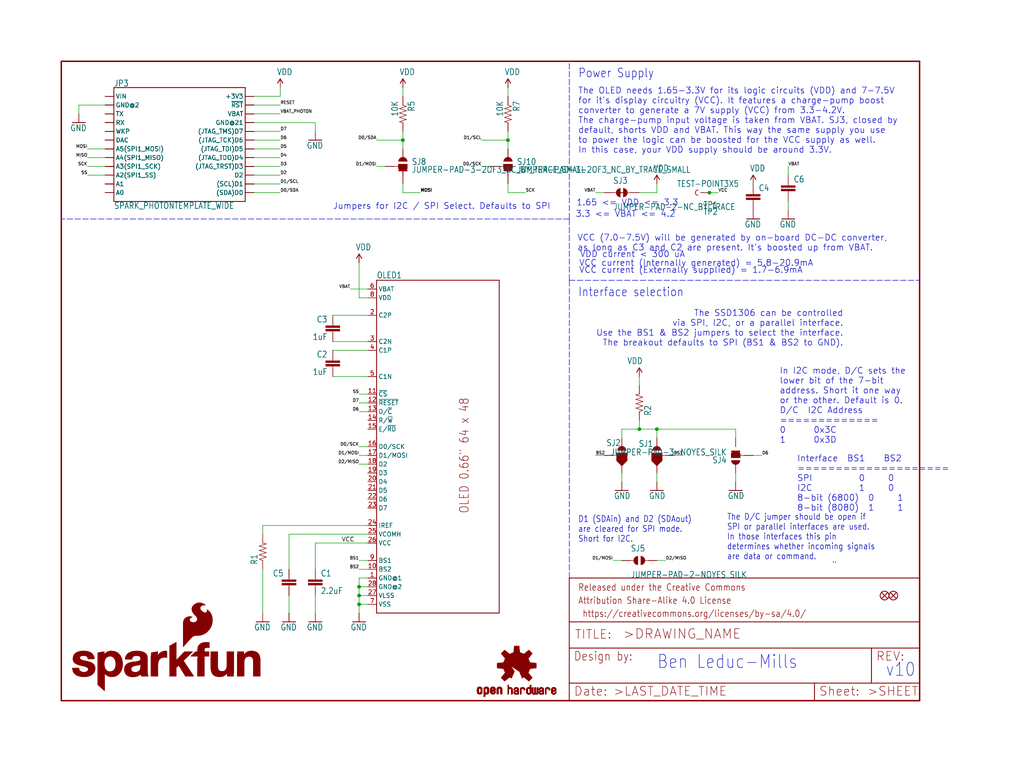
<source format=kicad_sch>
(kicad_sch (version 20211123) (generator eeschema)
  (paper "User" 297.002 223.926)
  (lib_symbols
    (symbol "schematicEagle-eagle-import:10KOHM1{slash}10W1%(0603)0603"
      (property "Reference" "R" (at -3.81 1.4986 0))
      (property "Value" "10KOHM1{slash}10W1%(0603)0603" (at -3.81 -3.302 0))
      (symbol "10KOHM1{slash}10W1%(0603)0603_1_0"
        (pin passive line (at -5.08 0 0) (length 2.54) (name "1") (number "1"))
        (pin passive line (at 5.08 0 180) (length 2.54) (name "2") (number "2"))
      )
    )
    (symbol "schematicEagle-eagle-import:1UF-25V-10%(0805){dblquote}"
      (property "Reference" "C" (at 1.524 2.921 0))
      (property "Value" "1UF-25V-10%(0805){dblquote}" (at 1.524 -2.159 0))
      (symbol "1UF-25V-10%(0805){dblquote}_1_0"
        (pin passive line (at 0 5.08 270) (length 2.54) (name "1") (number "1"))
        (pin passive line (at 0 -2.54 90) (length 2.54) (name "2") (number "2"))
      )
    )
    (symbol "schematicEagle-eagle-import:2.2UF-25V-+80{slash}-20(0805)"
      (property "Reference" "C" (at 1.524 2.921 0))
      (property "Value" "2.2UF-25V-+80{slash}-20(0805)" (at 1.524 -2.159 0))
      (symbol "2.2UF-25V-+80{slash}-20(0805)_1_0"
        (pin passive line (at 0 5.08 270) (length 2.54) (name "1") (number "1"))
        (pin passive line (at 0 -2.54 90) (length 2.54) (name "2") (number "2"))
      )
    )
    (symbol "schematicEagle-eagle-import:4.7UF-16V-20%,+80%-(1206)"
      (property "Reference" "C" (at 1.524 2.921 0))
      (property "Value" "4.7UF-16V-20%,+80%-(1206)" (at 1.524 -2.159 0))
      (symbol "4.7UF-16V-20%,+80%-(1206)_1_0"
        (pin passive line (at 0 5.08 270) (length 2.54) (name "1") (number "1"))
        (pin passive line (at 0 -2.54 90) (length 2.54) (name "2") (number "2"))
      )
    )
    (symbol "schematicEagle-eagle-import:CAP0603-CAP"
      (property "Reference" "C" (at 1.524 2.921 0))
      (property "Value" "CAP0603-CAP" (at 1.524 -2.159 0))
      (symbol "CAP0603-CAP_1_0"
        (pin passive line (at 0 5.08 270) (length 2.54) (name "1") (number "1"))
        (pin passive line (at 0 -2.54 90) (length 2.54) (name "2") (number "2"))
      )
    )
    (symbol "schematicEagle-eagle-import:FIDUCIAL1X2")
    (symbol "schematicEagle-eagle-import:FRAME-LETTER"
      (symbol "FRAME-LETTER_2_0"
        (text " https://creativecommons.org/licenses/by-sa/4.0/" (at 2.54 24.13 0) (effects (font (size 1.9304 1.6408)) (justify left bottom)))
        (text ">DRAWING_NAME" (at 15.494 17.78 0) (effects (font (size 2.7432 2.7432)) (justify left bottom)))
        (text ">LAST_DATE_TIME" (at 12.7 1.27 0) (effects (font (size 2.54 2.54)) (justify left bottom)))
        (text ">SHEET" (at 86.36 1.27 0) (effects (font (size 2.54 2.54)) (justify left bottom)))
        (text "Attribution Share-Alike 4.0 License" (at 2.54 27.94 0) (effects (font (size 1.9304 1.6408)) (justify left bottom)))
        (text "Date:" (at 1.27 1.27 0) (effects (font (size 2.54 2.54)) (justify left bottom)))
        (text "Design by:" (at 1.27 11.43 0) (effects (font (size 2.54 2.159)) (justify left bottom)))
        (text "Released under the Creative Commons" (at 2.54 31.75 0) (effects (font (size 1.9304 1.6408)) (justify left bottom)))
        (text "REV:" (at 88.9 11.43 0) (effects (font (size 2.54 2.54)) (justify left bottom)))
        (text "Sheet:" (at 72.39 1.27 0) (effects (font (size 2.54 2.54)) (justify left bottom)))
        (text "TITLE:" (at 1.524 17.78 0) (effects (font (size 2.54 2.54)) (justify left bottom)))
      )
    )
    (symbol "schematicEagle-eagle-import:GND" (power)
      (property "Value" "GND" (at -2.54 -2.54 0))
      (symbol "GND_1_0"
        (pin power_in line (at 0 2.54 270) (length 2.54) (name "GND") (number "1"))
      )
    )
    (symbol "schematicEagle-eagle-import:JUMPER-PAD-2-NC_BY_TRACE"
      (property "Reference" "SJ" (at -2.54 2.54 0))
      (property "Value" "JUMPER-PAD-2-NC_BY_TRACE" (at -2.54 -5.08 0))
      (symbol "JUMPER-PAD-2-NC_BY_TRACE_1_0"
        (pin passive line (at -5.08 0 0) (length 2.54) (name "1") (number "1"))
        (pin passive line (at 5.08 0 180) (length 2.54) (name "2") (number "2"))
      )
    )
    (symbol "schematicEagle-eagle-import:JUMPER-PAD-2-NOYES_SILK"
      (property "Reference" "SJ" (at -2.54 2.54 0))
      (property "Value" "JUMPER-PAD-2-NOYES_SILK" (at -2.54 -5.08 0))
      (symbol "JUMPER-PAD-2-NOYES_SILK_1_0"
        (pin passive line (at -5.08 0 0) (length 2.54) (name "1") (number "1"))
        (pin passive line (at 5.08 0 180) (length 2.54) (name "2") (number "2"))
      )
    )
    (symbol "schematicEagle-eagle-import:JUMPER-PAD-3-2OF3_NC_BY_PASTE"
      (property "Reference" "SJ" (at 2.54 0.381 0))
      (property "Value" "JUMPER-PAD-3-2OF3_NC_BY_PASTE" (at 2.54 -1.905 0))
      (symbol "JUMPER-PAD-3-2OF3_NC_BY_PASTE_1_0"
        (pin passive line (at 0 5.08 270) (length 2.54) (name "1") (number "1"))
        (pin passive line (at -5.08 0 0) (length 2.54) (name "2") (number "2"))
        (pin passive line (at 0 -5.08 90) (length 2.54) (name "3") (number "3"))
      )
    )
    (symbol "schematicEagle-eagle-import:JUMPER-PAD-3-2OF3_NC_BY_TRACE_SMALL"
      (property "Reference" "SJ" (at 2.54 0.381 0))
      (property "Value" "JUMPER-PAD-3-2OF3_NC_BY_TRACE_SMALL" (at 2.54 -1.905 0))
      (symbol "JUMPER-PAD-3-2OF3_NC_BY_TRACE_SMALL_1_0"
        (pin passive line (at 0 5.08 270) (length 2.54) (name "1") (number "1"))
        (pin passive line (at -5.08 0 0) (length 2.54) (name "2") (number "2"))
        (pin passive line (at 0 -5.08 90) (length 2.54) (name "3") (number "3"))
      )
    )
    (symbol "schematicEagle-eagle-import:JUMPER-PAD-3-NOYES_SILK"
      (property "Reference" "SJ" (at 2.54 0.381 0))
      (property "Value" "JUMPER-PAD-3-NOYES_SILK" (at 2.54 -1.905 0))
      (symbol "JUMPER-PAD-3-NOYES_SILK_1_0"
        (pin passive line (at 0 5.08 270) (length 2.54) (name "1") (number "1"))
        (pin passive line (at -5.08 0 0) (length 2.54) (name "2") (number "2"))
        (pin passive line (at 0 -5.08 90) (length 2.54) (name "3") (number "3"))
      )
    )
    (symbol "schematicEagle-eagle-import:OLED0.66"
      (property "Reference" "OLED" (at -25.4 48.768 0))
      (property "Value" "OLED0.66" (at -25.4 -50.546 0))
      (symbol "OLED0.66_1_0"
        (text "OLED 0.66\" 64 x 48" (at 0 -2.54 900) (effects (font (size 2.54 2.159))))
        (pin bidirectional line (at -27.94 -38.1 0) (length 2.54) (name "GND@1") (number "1"))
        (pin bidirectional line (at -27.94 -35.56 0) (length 2.54) (name "BS2") (number "10"))
        (pin bidirectional line (at -27.94 15.24 0) (length 2.54) (name "~{CS}") (number "11"))
        (pin bidirectional line (at -27.94 12.7 0) (length 2.54) (name "~{RESET}") (number "12"))
        (pin bidirectional line (at -27.94 10.16 0) (length 2.54) (name "D/~{C}") (number "13"))
        (pin bidirectional line (at -27.94 7.62 0) (length 2.54) (name "R/~{W}") (number "14"))
        (pin bidirectional line (at -27.94 5.08 0) (length 2.54) (name "E/~{RD}") (number "15"))
        (pin bidirectional line (at -27.94 0 0) (length 2.54) (name "D0/SCK") (number "16"))
        (pin bidirectional line (at -27.94 -2.54 0) (length 2.54) (name "D1/MOSI") (number "17"))
        (pin bidirectional line (at -27.94 -5.08 0) (length 2.54) (name "D2") (number "18"))
        (pin bidirectional line (at -27.94 -7.62 0) (length 2.54) (name "D3") (number "19"))
        (pin bidirectional line (at -27.94 38.1 0) (length 2.54) (name "C2P") (number "2"))
        (pin bidirectional line (at -27.94 -10.16 0) (length 2.54) (name "D4") (number "20"))
        (pin bidirectional line (at -27.94 -12.7 0) (length 2.54) (name "D5") (number "21"))
        (pin bidirectional line (at -27.94 -15.24 0) (length 2.54) (name "D6") (number "22"))
        (pin bidirectional line (at -27.94 -17.78 0) (length 2.54) (name "D7") (number "23"))
        (pin bidirectional line (at -27.94 -22.86 0) (length 2.54) (name "IREF") (number "24"))
        (pin bidirectional line (at -27.94 -25.4 0) (length 2.54) (name "VCOMH") (number "25"))
        (pin bidirectional line (at -27.94 -27.94 0) (length 2.54) (name "VCC") (number "26"))
        (pin bidirectional line (at -27.94 -43.18 0) (length 2.54) (name "VLSS") (number "27"))
        (pin bidirectional line (at -27.94 -40.64 0) (length 2.54) (name "GND@2") (number "28"))
        (pin bidirectional line (at -27.94 30.48 0) (length 2.54) (name "C2N") (number "3"))
        (pin bidirectional line (at -27.94 27.94 0) (length 2.54) (name "C1P") (number "4"))
        (pin bidirectional line (at -27.94 20.32 0) (length 2.54) (name "C1N") (number "5"))
        (pin bidirectional line (at -27.94 45.72 0) (length 2.54) (name "VBAT") (number "6"))
        (pin bidirectional line (at -27.94 -45.72 0) (length 2.54) (name "VSS") (number "7"))
        (pin bidirectional line (at -27.94 43.18 0) (length 2.54) (name "VDD") (number "8"))
        (pin bidirectional line (at -27.94 -33.02 0) (length 2.54) (name "BS1") (number "9"))
      )
    )
    (symbol "schematicEagle-eagle-import:OSHW-LOGOS")
    (symbol "schematicEagle-eagle-import:RESISTOR0603-RES"
      (property "Reference" "R" (at -3.81 1.4986 0))
      (property "Value" "RESISTOR0603-RES" (at -3.81 -3.302 0))
      (symbol "RESISTOR0603-RES_1_0"
        (pin passive line (at -5.08 0 0) (length 2.54) (name "1") (number "1"))
        (pin passive line (at 5.08 0 180) (length 2.54) (name "2") (number "2"))
      )
    )
    (symbol "schematicEagle-eagle-import:SFE_LOGO_NAME_FLAME.1_INCH")
    (symbol "schematicEagle-eagle-import:SPARK_PHOTONTEMPLATE_WIDE"
      (property "Reference" "JP" (at -20.32 18.034 0))
      (property "Value" "SPARK_PHOTONTEMPLATE_WIDE" (at -20.32 -15.494 0))
      (symbol "SPARK_PHOTONTEMPLATE_WIDE_1_0"
        (pin bidirectional line (at -22.86 15.24 0) (length 2.54) (name "VIN") (number "1"))
        (pin bidirectional line (at -22.86 -7.62 0) (length 2.54) (name "A2(SPI1_SS)") (number "10"))
        (pin bidirectional line (at -22.86 -10.16 0) (length 2.54) (name "A1") (number "11"))
        (pin bidirectional line (at -22.86 -12.7 0) (length 2.54) (name "A0") (number "12"))
        (pin bidirectional line (at 20.32 -12.7 180) (length 2.54) (name "(SDA)D0") (number "13"))
        (pin bidirectional line (at 20.32 -10.16 180) (length 2.54) (name "(SCL)D1") (number "14"))
        (pin bidirectional line (at 20.32 -7.62 180) (length 2.54) (name "D2") (number "15"))
        (pin bidirectional line (at 20.32 -5.08 180) (length 2.54) (name "(JTAG_TRST)D3") (number "16"))
        (pin bidirectional line (at 20.32 -2.54 180) (length 2.54) (name "(JTAG_TDO)D4") (number "17"))
        (pin bidirectional line (at 20.32 0 180) (length 2.54) (name "(JTAG_TDI)D5") (number "18"))
        (pin bidirectional line (at 20.32 2.54 180) (length 2.54) (name "(JTAG_TCK)D6") (number "19"))
        (pin bidirectional line (at -22.86 12.7 0) (length 2.54) (name "GND@2") (number "2"))
        (pin bidirectional line (at 20.32 5.08 180) (length 2.54) (name "(JTAG_TMS)D7") (number "20"))
        (pin bidirectional line (at 20.32 7.62 180) (length 2.54) (name "GND@21") (number "21"))
        (pin bidirectional line (at 20.32 10.16 180) (length 2.54) (name "VBAT") (number "22"))
        (pin bidirectional line (at 20.32 12.7 180) (length 2.54) (name "~{RST}") (number "23"))
        (pin bidirectional line (at 20.32 15.24 180) (length 2.54) (name "+3V3") (number "24"))
        (pin bidirectional line (at -22.86 10.16 0) (length 2.54) (name "TX") (number "3"))
        (pin bidirectional line (at 20.32 15.24 180) (length 2.54) (name "+3V3") (number "3V3"))
        (pin bidirectional line (at -22.86 7.62 0) (length 2.54) (name "RX") (number "4"))
        (pin bidirectional line (at -22.86 5.08 0) (length 2.54) (name "WKP") (number "5"))
        (pin bidirectional line (at -22.86 2.54 0) (length 2.54) (name "DAC") (number "6"))
        (pin bidirectional line (at -22.86 0 0) (length 2.54) (name "A5(SPI1_MOSI)") (number "7"))
        (pin bidirectional line (at -22.86 -2.54 0) (length 2.54) (name "A4(SPI1_MISO)") (number "8"))
        (pin bidirectional line (at -22.86 -5.08 0) (length 2.54) (name "A3(SPI1_SCK)") (number "9"))
        (pin bidirectional line (at -22.86 -12.7 0) (length 2.54) (name "A0") (number "A0"))
        (pin bidirectional line (at -22.86 -10.16 0) (length 2.54) (name "A1") (number "A1"))
        (pin bidirectional line (at -22.86 -7.62 0) (length 2.54) (name "A2(SPI1_SS)") (number "A2"))
        (pin bidirectional line (at -22.86 -5.08 0) (length 2.54) (name "A3(SPI1_SCK)") (number "A3"))
        (pin bidirectional line (at -22.86 -2.54 0) (length 2.54) (name "A4(SPI1_MISO)") (number "A4"))
        (pin bidirectional line (at -22.86 0 0) (length 2.54) (name "A5(SPI1_MOSI)") (number "A5"))
        (pin bidirectional line (at 20.32 -12.7 180) (length 2.54) (name "(SDA)D0") (number "D0"))
        (pin bidirectional line (at 20.32 -10.16 180) (length 2.54) (name "(SCL)D1") (number "D1"))
        (pin bidirectional line (at 20.32 -7.62 180) (length 2.54) (name "D2") (number "D2"))
        (pin bidirectional line (at 20.32 -5.08 180) (length 2.54) (name "(JTAG_TRST)D3") (number "D3"))
        (pin bidirectional line (at 20.32 -2.54 180) (length 2.54) (name "(JTAG_TDO)D4") (number "D4"))
        (pin bidirectional line (at 20.32 0 180) (length 2.54) (name "(JTAG_TDI)D5") (number "D5"))
        (pin bidirectional line (at 20.32 2.54 180) (length 2.54) (name "(JTAG_TCK)D6") (number "D6"))
        (pin bidirectional line (at 20.32 5.08 180) (length 2.54) (name "(JTAG_TMS)D7") (number "D7"))
        (pin bidirectional line (at -22.86 2.54 0) (length 2.54) (name "DAC") (number "DAC"))
        (pin bidirectional line (at -22.86 12.7 0) (length 2.54) (name "GND@2") (number "GND@0"))
        (pin bidirectional line (at 20.32 7.62 180) (length 2.54) (name "GND@21") (number "GND@2"))
        (pin bidirectional line (at 20.32 12.7 180) (length 2.54) (name "~{RST}") (number "RST"))
        (pin bidirectional line (at -22.86 7.62 0) (length 2.54) (name "RX") (number "RX"))
        (pin bidirectional line (at -22.86 10.16 0) (length 2.54) (name "TX") (number "TX"))
        (pin bidirectional line (at 20.32 10.16 180) (length 2.54) (name "VBAT") (number "VBAT"))
        (pin bidirectional line (at -22.86 15.24 0) (length 2.54) (name "VIN") (number "VIN"))
        (pin bidirectional line (at -22.86 5.08 0) (length 2.54) (name "WKP") (number "WKP"))
      )
    )
    (symbol "schematicEagle-eagle-import:TEST-POINT3X5"
      (property "Reference" "TP" (at -2.54 2.54 0))
      (property "Value" "TEST-POINT3X5" (at -2.54 -2.54 0))
      (symbol "TEST-POINT3X5_1_0"
        (pin bidirectional line (at 0 0 180) (length 0) (name "1") (number "P$1"))
      )
    )
    (symbol "schematicEagle-eagle-import:VDD" (power)
      (property "Value" "VDD" (at -1.016 3.556 0))
      (symbol "VDD_1_0"
        (pin power_in line (at 0 0 90) (length 2.54) (name "VDD") (number "1"))
      )
    )
  )
  (junction (at 104.14 172.72))
  (junction (at 185.42 124.46))
  (junction (at 104.14 175.26))
  (junction (at 190.5 124.46))
  (junction (at 104.14 170.18))
  (junction (at 116.84 40.64))
  (junction (at 147.32 40.64))
  (junction (at 205.74 55.88))
  (wire (pts (xy 116.84 40.64) (xy 116.84 38.1)))
  (wire (pts (xy 76.2 152.4) (xy 76.2 154.94)))
  (wire (pts (xy 180.34 139.7) (xy 180.34 137.16)))
  (wire (pts (xy 190.5 127) (xy 190.5 124.46)))
  (wire (pts (xy 96.52 109.22) (xy 106.68 109.22)))
  (wire (pts (xy 175.26 132.08) (xy 172.72 132.08)))
  (wire (pts (xy 218.44 132.08) (xy 220.98 132.08)))
  (wire (pts (xy 106.68 175.26) (xy 104.14 175.26)))
  (wire (pts (xy 73.66 38.1) (xy 81.28 38.1)))
  (wire (pts (xy 76.2 177.8) (xy 76.2 165.1)))
  (wire (pts (xy 104.14 172.72) (xy 104.14 175.26)))
  (wire (pts (xy 30.48 45.72) (xy 25.4 45.72)))
  (wire (pts (xy 185.42 55.88) (xy 190.5 55.88)))
  (wire (pts (xy 190.5 162.56) (xy 193.04 162.56)))
  (wire (pts (xy 73.66 48.26) (xy 81.28 48.26)))
  (wire (pts (xy 106.68 167.64) (xy 104.14 167.64)))
  (wire (pts (xy 106.68 170.18) (xy 104.14 170.18)))
  (wire (pts (xy 106.68 132.08) (xy 104.14 132.08)))
  (wire (pts (xy 22.86 30.48) (xy 22.86 33.02)))
  (wire (pts (xy 106.68 86.36) (xy 104.14 86.36)))
  (polyline (pts (xy 165.1 81.28) (xy 266.7 81.28)))
  (wire (pts (xy 190.5 124.46) (xy 185.42 124.46)))
  (wire (pts (xy 106.68 154.94) (xy 83.82 154.94)))
  (wire (pts (xy 205.74 55.88) (xy 208.28 55.88)))
  (wire (pts (xy 73.66 45.72) (xy 81.28 45.72)))
  (wire (pts (xy 106.68 162.56) (xy 104.14 162.56)))
  (wire (pts (xy 106.68 114.3) (xy 104.14 114.3)))
  (wire (pts (xy 73.66 30.48) (xy 81.28 30.48)))
  (wire (pts (xy 106.68 172.72) (xy 104.14 172.72)))
  (wire (pts (xy 180.34 124.46) (xy 185.42 124.46)))
  (wire (pts (xy 106.68 91.44) (xy 96.52 91.44)))
  (wire (pts (xy 106.68 119.38) (xy 104.14 119.38)))
  (wire (pts (xy 30.48 48.26) (xy 25.4 48.26)))
  (wire (pts (xy 147.32 40.64) (xy 147.32 38.1)))
  (wire (pts (xy 116.84 53.34) (xy 116.84 55.88)))
  (wire (pts (xy 106.68 129.54) (xy 104.14 129.54)))
  (polyline (pts (xy 165.1 81.28) (xy 165.1 63.5)))
  (wire (pts (xy 185.42 111.76) (xy 185.42 109.22)))
  (wire (pts (xy 109.22 40.64) (xy 116.84 40.64)))
  (wire (pts (xy 104.14 170.18) (xy 104.14 172.72)))
  (polyline (pts (xy 165.1 167.64) (xy 165.1 81.28)))
  (polyline (pts (xy 165.1 63.5) (xy 17.78 63.5)))
  (wire (pts (xy 213.36 124.46) (xy 190.5 124.46)))
  (wire (pts (xy 73.66 27.94) (xy 81.28 27.94)))
  (wire (pts (xy 73.66 35.56) (xy 91.44 35.56)))
  (wire (pts (xy 213.36 139.7) (xy 213.36 137.16)))
  (wire (pts (xy 139.7 40.64) (xy 147.32 40.64)))
  (wire (pts (xy 30.48 43.18) (xy 25.4 43.18)))
  (wire (pts (xy 104.14 86.36) (xy 104.14 76.2)))
  (wire (pts (xy 111.76 48.26) (xy 109.22 48.26)))
  (wire (pts (xy 106.68 165.1) (xy 104.14 165.1)))
  (wire (pts (xy 106.68 134.62) (xy 104.14 134.62)))
  (wire (pts (xy 190.5 137.16) (xy 190.5 139.7)))
  (wire (pts (xy 190.5 53.34) (xy 190.5 55.88)))
  (wire (pts (xy 106.68 99.06) (xy 96.52 99.06)))
  (wire (pts (xy 83.82 154.94) (xy 83.82 165.1)))
  (wire (pts (xy 185.42 124.46) (xy 185.42 121.92)))
  (wire (pts (xy 104.14 167.64) (xy 104.14 170.18)))
  (wire (pts (xy 106.68 83.82) (xy 101.6 83.82)))
  (wire (pts (xy 73.66 43.18) (xy 81.28 43.18)))
  (wire (pts (xy 142.24 48.26) (xy 139.7 48.26)))
  (wire (pts (xy 91.44 177.8) (xy 91.44 172.72)))
  (wire (pts (xy 91.44 38.1) (xy 91.44 35.56)))
  (wire (pts (xy 106.68 152.4) (xy 76.2 152.4)))
  (wire (pts (xy 30.48 30.48) (xy 22.86 30.48)))
  (wire (pts (xy 30.48 50.8) (xy 25.4 50.8)))
  (wire (pts (xy 147.32 25.4) (xy 147.32 27.94)))
  (wire (pts (xy 91.44 157.48) (xy 91.44 165.1)))
  (wire (pts (xy 116.84 55.88) (xy 121.92 55.88)))
  (wire (pts (xy 73.66 55.88) (xy 81.28 55.88)))
  (wire (pts (xy 147.32 53.34) (xy 147.32 55.88)))
  (wire (pts (xy 116.84 43.18) (xy 116.84 40.64)))
  (wire (pts (xy 228.6 58.42) (xy 228.6 60.96)))
  (wire (pts (xy 104.14 175.26) (xy 104.14 177.8)))
  (wire (pts (xy 106.68 101.6) (xy 96.52 101.6)))
  (polyline (pts (xy 165.1 63.5) (xy 165.1 17.78)))
  (wire (pts (xy 81.28 27.94) (xy 81.28 25.4)))
  (wire (pts (xy 147.32 43.18) (xy 147.32 40.64)))
  (wire (pts (xy 116.84 27.94) (xy 116.84 25.4)))
  (wire (pts (xy 147.32 55.88) (xy 152.4 55.88)))
  (wire (pts (xy 73.66 33.02) (xy 81.28 33.02)))
  (wire (pts (xy 73.66 50.8) (xy 81.28 50.8)))
  (wire (pts (xy 175.26 55.88) (xy 172.72 55.88)))
  (wire (pts (xy 180.34 127) (xy 180.34 124.46)))
  (wire (pts (xy 73.66 40.64) (xy 81.28 40.64)))
  (wire (pts (xy 106.68 116.84) (xy 104.14 116.84)))
  (wire (pts (xy 195.58 132.08) (xy 198.12 132.08)))
  (wire (pts (xy 106.68 157.48) (xy 91.44 157.48)))
  (wire (pts (xy 180.34 162.56) (xy 177.8 162.56)))
  (wire (pts (xy 213.36 127) (xy 213.36 124.46)))
  (wire (pts (xy 83.82 177.8) (xy 83.82 172.72)))
  (wire (pts (xy 228.6 50.8) (xy 228.6 48.26)))
  (wire (pts (xy 73.66 53.34) (xy 81.28 53.34)))
  (text "v10" (at 256.794 196.596 180) (effects (font (size 3.81 3.2385)) (justify left bottom)))
  (text "D1 (SDAin) and D2 (SDAout)\nare cleared for SPI mode.\nShort for I2C." (at 167.64 157.48 0) (effects (font (size 1.778 1.5113)) (justify left bottom)))
  (text "Interface  BS1    BS2\n====================\nSPI          0     0\nI2C          1     0\n8-bit (6800)  0     1\n8-bit (8080)  1     1" (at 231.14 132.08 0) (effects (font (size 1.778 1.778)) (justify left top)))
  (text "Ben Leduc-Mills" (at 190.5 194.31 180) (effects (font (size 3.81 3.2385)) (justify left bottom)))
  (text "\"" (at 241.3 165.1 180) (effects (font (size 1.778 1.5113)) (justify left bottom)))
  (text "Interface selection" (at 167.64 86.36 180) (effects (font (size 2.54 2.159)) (justify left bottom)))
  (text "VCC current (Internally generated) = 5.8-20.9mA" (at 167.894 77.47 180) (effects (font (size 1.778 1.778)) (justify left bottom)))
  (text "Jumpers for I2C / SPI Select. Defaults to SPI" (at 96.52 60.96 180) (effects (font (size 1.778 1.778)) (justify left bottom)))
  (text "VDD current < 300 uA" (at 168.148 74.93 180) (effects (font (size 1.778 1.778)) (justify left bottom)))
  (text "The SSD1306 can be controlled\nvia SPI, I2C, or a parallel interface.\nUse the BS1 & BS2 jumpers to select the interface.\nThe breakout defaults to SPI (BS1 & BS2 to GND)." (at 244.602 100.584 0) (effects (font (size 1.778 1.778)) (justify right bottom)))
  (text "1.65 <= VDD <= 3.3" (at 167.132 59.944 180) (effects (font (size 1.778 1.778)) (justify left bottom)))
  (text "VCC (7.0-7.5V) will be generated by on-board DC-DC converter,\nas long as C3 and C2 are present. It's boosted up from VBAT." (at 167.386 68.072 0) (effects (font (size 1.778 1.778)) (justify left top)))
  (text "The D/C jumper should be open if\nSPI or parallel interfaces are used.\nIn those interfaces this pin\ndetermines whether incoming signals\nare data or command." (at 210.82 162.56 0) (effects (font (size 1.778 1.5113)) (justify left bottom)))
  (text "Power Supply" (at 167.64 22.86 180) (effects (font (size 2.54 2.159)) (justify left bottom)))
  (text "VCC current (Externally supplied) = 1.7-6.9mA" (at 167.894 79.502 180) (effects (font (size 1.778 1.778)) (justify left bottom)))
  (text "In I2C mode, D/C sets the\nlower bit of the 7-bit\naddress. Short it one way\nor the other. Default is 0.\nD/C  I2C Address\n=============\n0      0x3C\n1      0x3D" (at 226.06 128.778 0) (effects (font (size 1.778 1.778)) (justify left bottom)))
  (text "3.3 <= VBAT <= 4.2" (at 166.878 63.246 180) (effects (font (size 1.778 1.778)) (justify left bottom)))
  (text "The OLED needs 1.65-3.3V for its logic circuits (VDD) and 7-7.5V\nfor it's display circuitry (VCC). It features a charge-pump boost\nconverter to generate a 7V supply (VCC) from 3.3-4.2V.\nThe charge-pump input voltage is taken from VBAT. SJ3, closed by\ndefault, shorts VDD and VBAT. This way the same supply you use\nto power the logic can be boosted for the VCC supply as well.\nIn this case, your VDD supply should be around 3.3V." (at 167.64 25.4 0) (effects (font (size 1.778 1.778)) (justify left top)))
  (label "D1/SCL" (at 81.28 53.34 0) (effects (font (size 0.889 0.889))))
  (label "D1/MOSI" (at 104.14 132.08 180) (effects (font (size 0.889 0.889))))
  (label "D0/SCK" (at 139.7 48.26 180) (effects (font (size 0.889 0.889))))
  (label "D2/MISO" (at 104.14 134.62 180) (effects (font (size 0.889 0.889))))
  (label "D1/MOSI" (at 109.22 48.26 180) (effects (font (size 0.889 0.889))))
  (label "MOSI" (at 121.92 55.88 0) (effects (font (size 0.889 0.889))))
  (label "D5" (at 81.28 43.18 0) (effects (font (size 0.889 0.889))))
  (label "VBAT" (at 101.6 83.82 180) (effects (font (size 0.889 0.889))))
  (label "VBAT" (at 172.72 55.88 180) (effects (font (size 0.889 0.889))))
  (label "D0/SDA" (at 109.22 40.64 180) (effects (font (size 0.889 0.889))))
  (label "VBAT" (at 228.6 48.26 0) (effects (font (size 0.889 0.889))))
  (label "D0/SDA" (at 81.28 55.88 0) (effects (font (size 0.889 0.889))))
  (label "D4" (at 81.28 45.72 0) (effects (font (size 0.889 0.889))))
  (label "RESET" (at 81.28 30.48 0) (effects (font (size 0.889 0.889))))
  (label "SS" (at 104.14 114.3 180) (effects (font (size 0.889 0.889))))
  (label "D6" (at 104.14 119.38 180) (effects (font (size 0.889 0.889))))
  (label "SCK" (at 25.4 48.26 180) (effects (font (size 0.889 0.889))))
  (label "D7" (at 81.28 38.1 0) (effects (font (size 0.889 0.889))))
  (label "MOSI" (at 121.92 55.88 0) (effects (font (size 0.889 0.889))))
  (label "D6" (at 220.98 132.08 0) (effects (font (size 0.889 0.889))))
  (label "MISO" (at 25.4 45.72 180) (effects (font (size 0.889 0.889))))
  (label "D2/MISO" (at 193.04 162.56 0) (effects (font (size 0.889 0.889))))
  (label "SCK" (at 152.4 55.88 0) (effects (font (size 0.889 0.889))))
  (label "D0/SCK" (at 104.14 129.54 180) (effects (font (size 0.889 0.889))))
  (label "SS" (at 25.4 50.8 180) (effects (font (size 0.889 0.889))))
  (label "MOSI" (at 25.4 43.18 180) (effects (font (size 0.889 0.889))))
  (label "BS1" (at 198.12 132.08 180) (effects (font (size 0.889 0.889))))
  (label "BS1" (at 104.14 162.56 180) (effects (font (size 0.889 0.889))))
  (label "D1/MOSI" (at 177.8 162.56 180) (effects (font (size 0.889 0.889))))
  (label "D6" (at 81.28 40.64 0) (effects (font (size 0.889 0.889))))
  (label "VCC" (at 208.28 55.88 0) (effects (font (size 0.889 0.889))))
  (label "MOSI" (at 121.92 55.88 0) (effects (font (size 0.889 0.889))))
  (label "D2" (at 81.28 50.8 0) (effects (font (size 0.889 0.889))))
  (label "VBAT_PHOTON" (at 81.28 33.02 0) (effects (font (size 0.889 0.889))))
  (label "D1/SCL" (at 139.7 40.64 180) (effects (font (size 0.889 0.889))))
  (label "VCC" (at 99.06 157.48 0) (effects (font (size 1.2446 1.2446))))
  (label "BS2" (at 104.14 165.1 180) (effects (font (size 0.889 0.889))))
  (label "BS2" (at 172.72 132.08 0) (effects (font (size 0.889 0.889))))
  (label "D7" (at 104.14 116.84 180) (effects (font (size 0.889 0.889))))
  (label "D3" (at 81.28 48.26 0) (effects (font (size 0.889 0.889))))
  (symbol (lib_id "schematicEagle-eagle-import:JUMPER-PAD-2-NC_BY_TRACE") (at 180.34 55.88 0) (unit 1)
    (property "Reference" "SJ3" (at 177.8 53.34 0) (effects (font (size 1.778 1.5113)) (justify left bottom)))
    (property "Value" "JUMPER-PAD-2-NC_BY_TRACE" (at 177.8 60.96 0) (effects (font (size 1.778 1.5113)) (justify left bottom)))
    (property "Footprint" "schematicEagle:PAD-JUMPER-2-NC_BY_TRACE_YES_SILK" (effects hide))
  )
  (symbol (lib_id "schematicEagle-eagle-import:GND") (at 104.14 180.34 0) (unit 1)
    (property "Reference" "#GND1" (effects hide))
    (property "Value" "GND" (at 101.6 182.88 0) (effects (font (size 1.778 1.5113)) (justify left bottom)))
    (property "Footprint" "schematicEagle:" (effects hide))
  )
  (symbol (lib_id "schematicEagle-eagle-import:JUMPER-PAD-2-NOYES_SILK") (at 185.42 162.56 0) (unit 1)
    (property "Reference" "SJ5" (at 182.88 160.02 0) (effects (font (size 1.778 1.5113)) (justify left bottom)))
    (property "Value" "JUMPER-PAD-2-NOYES_SILK" (at 182.88 167.64 0) (effects (font (size 1.778 1.5113)) (justify left bottom)))
    (property "Footprint" "schematicEagle:PAD-JUMPER-2-NO_YES_SILK" (effects hide))
  )
  (symbol (lib_id "schematicEagle-eagle-import:FIDUCIAL1X2") (at 259.08 172.72 0) (unit 1)
    (property "Reference" "FID2" (effects hide))
    (property "Value" "FIDUCIAL1X2" (effects hide))
    (property "Footprint" "schematicEagle:FIDUCIAL-1X2" (effects hide))
  )
  (symbol (lib_id "schematicEagle-eagle-import:10KOHM1{slash}10W1%(0603)0603") (at 116.84 33.02 270) (unit 1)
    (property "Reference" "R5" (at 118.3386 29.21 0) (effects (font (size 1.778 1.5113)) (justify left bottom)))
    (property "Value" "10K" (at 113.538 29.21 0) (effects (font (size 1.778 1.5113)) (justify left bottom)))
    (property "Footprint" "schematicEagle:0603-RES" (effects hide))
  )
  (symbol (lib_id "schematicEagle-eagle-import:GND") (at 190.5 142.24 0) (mirror y) (unit 1)
    (property "Reference" "#GND7" (effects hide))
    (property "Value" "GND" (at 193.04 144.78 0) (effects (font (size 1.778 1.5113)) (justify left bottom)))
    (property "Footprint" "schematicEagle:" (effects hide))
  )
  (symbol (lib_id "schematicEagle-eagle-import:SFE_LOGO_NAME_FLAME.1_INCH") (at 20.32 200.66 0) (unit 1)
    (property "Reference" "LOGO2" (effects hide))
    (property "Value" "SFE_LOGO_NAME_FLAME.1_INCH" (effects hide))
    (property "Footprint" "schematicEagle:SFE_LOGO_NAME_FLAME_.1" (effects hide))
  )
  (symbol (lib_id "schematicEagle-eagle-import:JUMPER-PAD-3-2OF3_NC_BY_PASTE") (at 180.34 132.08 0) (unit 1)
    (property "Reference" "SJ2" (at 180.086 129.413 0) (effects (font (size 1.778 1.5113)) (justify right bottom)))
    (property "Value" "BS2" (effects hide))
    (property "Footprint" "schematicEagle:PAD-JUMPER-3-2OF3_NC_BY_PASTE_YES_SILK_FULL_BOX" (effects hide))
  )
  (symbol (lib_id "schematicEagle-eagle-import:2.2UF-25V-+80{slash}-20(0805)") (at 91.44 170.18 0) (unit 1)
    (property "Reference" "C1" (at 92.964 167.259 0) (effects (font (size 1.778 1.5113)) (justify left bottom)))
    (property "Value" "2.2uF" (at 92.964 172.339 0) (effects (font (size 1.778 1.5113)) (justify left bottom)))
    (property "Footprint" "schematicEagle:0805-CAP" (effects hide))
  )
  (symbol (lib_id "schematicEagle-eagle-import:JUMPER-PAD-3-NOYES_SILK") (at 213.36 132.08 180) (unit 1)
    (property "Reference" "SJ4" (at 210.82 132.461 0) (effects (font (size 1.778 1.5113)) (justify left bottom)))
    (property "Value" "JUMPER-PAD-3-NOYES_SILK" (at 210.82 130.175 0) (effects (font (size 1.778 1.5113)) (justify left bottom)))
    (property "Footprint" "schematicEagle:PAD-JUMPER-3-NO_YES_SILK" (effects hide))
  )
  (symbol (lib_id "schematicEagle-eagle-import:GND") (at 218.44 63.5 0) (unit 1)
    (property "Reference" "#GND5" (effects hide))
    (property "Value" "GND" (at 215.9 66.04 0) (effects (font (size 1.778 1.5113)) (justify left bottom)))
    (property "Footprint" "schematicEagle:" (effects hide))
  )
  (symbol (lib_id "schematicEagle-eagle-import:CAP0603-CAP") (at 228.6 55.88 0) (unit 1)
    (property "Reference" "C6" (at 230.124 52.959 0) (effects (font (size 1.778 1.5113)) (justify left bottom)))
    (property "Value" "1uF" (at 230.124 58.039 0) (effects (font (size 1.778 1.5113)) (justify left bottom)))
    (property "Footprint" "schematicEagle:0603-CAP" (effects hide))
    (property "Value" "1uF" (effects hide))
  )
  (symbol (lib_id "schematicEagle-eagle-import:VDD") (at 218.44 53.34 0) (unit 1)
    (property "Reference" "#SUPPLY3" (effects hide))
    (property "Value" "VDD" (at 217.424 49.784 0) (effects (font (size 1.778 1.5113)) (justify left bottom)))
    (property "Footprint" "schematicEagle:" (effects hide))
  )
  (symbol (lib_id "schematicEagle-eagle-import:SPARK_PHOTONTEMPLATE_WIDE") (at 53.34 43.18 0) (unit 1)
    (property "Reference" "JP3" (at 33.02 25.146 0) (effects (font (size 1.778 1.5113)) (justify left bottom)))
    (property "Value" "SPARK_PHOTONTEMPLATE_WIDE" (at 33.02 58.674 0) (effects (font (size 1.778 1.5113)) (justify left top)))
    (property "Footprint" "schematicEagle:SPARK_PHOTON_TEMPLATE_WIDE" (effects hide))
  )
  (symbol (lib_id "schematicEagle-eagle-import:RESISTOR0603-RES") (at 185.42 116.84 270) (mirror x) (unit 1)
    (property "Reference" "R2" (at 186.9186 120.65 0) (effects (font (size 1.778 1.5113)) (justify left bottom)))
    (property "Value" "10k" (at 182.118 120.65 0) (effects (font (size 1.778 1.5113)) (justify left bottom)))
    (property "Footprint" "schematicEagle:0603-RES" (effects hide))
    (property "Value" "10k" (effects hide))
  )
  (symbol (lib_id "schematicEagle-eagle-import:TEST-POINT3X5") (at 205.74 55.88 180) (unit 1)
    (property "Reference" "TP2" (at 208.28 60.452 0) (effects (font (size 1.778 1.5113)) (justify left bottom)))
    (property "Value" "TEST-POINT3X5" (effects hide))
    (property "Footprint" "schematicEagle:PAD.03X.05" (effects hide))
  )
  (symbol (lib_id "schematicEagle-eagle-import:GND") (at 91.44 40.64 0) (unit 1)
    (property "Reference" "#GND12" (effects hide))
    (property "Value" "GND" (at 88.9 43.18 0) (effects (font (size 1.778 1.5113)) (justify left bottom)))
    (property "Footprint" "schematicEagle:" (effects hide))
  )
  (symbol (lib_id "schematicEagle-eagle-import:GND") (at 22.86 35.56 0) (unit 1)
    (property "Reference" "#GND10" (effects hide))
    (property "Value" "GND" (at 20.32 38.1 0) (effects (font (size 1.778 1.5113)) (justify left bottom)))
    (property "Footprint" "schematicEagle:" (effects hide))
  )
  (symbol (lib_id "schematicEagle-eagle-import:VDD") (at 116.84 25.4 0) (unit 1)
    (property "Reference" "#SUPPLY6" (effects hide))
    (property "Value" "VDD" (at 115.824 21.844 0) (effects (font (size 1.778 1.5113)) (justify left bottom)))
    (property "Footprint" "schematicEagle:" (effects hide))
  )
  (symbol (lib_id "schematicEagle-eagle-import:VDD") (at 147.32 25.4 0) (unit 1)
    (property "Reference" "#SUPPLY9" (effects hide))
    (property "Value" "VDD" (at 146.304 21.844 0) (effects (font (size 1.778 1.5113)) (justify left bottom)))
    (property "Footprint" "schematicEagle:" (effects hide))
  )
  (symbol (lib_id "schematicEagle-eagle-import:GND") (at 180.34 142.24 0) (mirror y) (unit 1)
    (property "Reference" "#GND8" (effects hide))
    (property "Value" "GND" (at 182.88 144.78 0) (effects (font (size 1.778 1.5113)) (justify left bottom)))
    (property "Footprint" "schematicEagle:" (effects hide))
  )
  (symbol (lib_id "schematicEagle-eagle-import:VDD") (at 104.14 76.2 0) (unit 1)
    (property "Reference" "#SUPPLY1" (effects hide))
    (property "Value" "VDD" (at 103.124 72.644 0) (effects (font (size 1.778 1.5113)) (justify left bottom)))
    (property "Footprint" "schematicEagle:" (effects hide))
  )
  (symbol (lib_id "schematicEagle-eagle-import:SFE_LOGO_NAME_FLAME.1_INCH") (at 20.32 200.66 0) (unit 1)
    (property "Reference" "LOGO1" (effects hide))
    (property "Value" "SFE_LOGO_NAME_FLAME.1_INCH" (effects hide))
    (property "Footprint" "schematicEagle:SFE_LOGO_NAME_FLAME_.1" (effects hide))
  )
  (symbol (lib_id "schematicEagle-eagle-import:GND") (at 83.82 180.34 0) (unit 1)
    (property "Reference" "#GND3" (effects hide))
    (property "Value" "GND" (at 81.28 182.88 0) (effects (font (size 1.778 1.5113)) (justify left bottom)))
    (property "Footprint" "schematicEagle:" (effects hide))
  )
  (symbol (lib_id "schematicEagle-eagle-import:JUMPER-PAD-3-2OF3_NC_BY_TRACE_SMALL") (at 147.32 48.26 0) (unit 1)
    (property "Reference" "SJ10" (at 149.86 47.879 0) (effects (font (size 1.778 1.5113)) (justify left bottom)))
    (property "Value" "JUMPER-PAD-3-2OF3_NC_BY_TRACE_SMALL" (at 149.86 50.165 0) (effects (font (size 1.778 1.5113)) (justify left bottom)))
    (property "Footprint" "schematicEagle:PAD-JUMPER-3-2OF3_NC_BY_TRACE_YES_SILK_FULL_BOX" (effects hide))
  )
  (symbol (lib_id "schematicEagle-eagle-import:GND") (at 76.2 180.34 0) (unit 1)
    (property "Reference" "#GND4" (effects hide))
    (property "Value" "GND" (at 73.66 182.88 0) (effects (font (size 1.778 1.5113)) (justify left bottom)))
    (property "Footprint" "schematicEagle:" (effects hide))
  )
  (symbol (lib_id "schematicEagle-eagle-import:JUMPER-PAD-3-2OF3_NC_BY_PASTE") (at 190.5 132.08 0) (mirror y) (unit 1)
    (property "Reference" "SJ1" (at 189.484 129.667 0) (effects (font (size 1.778 1.5113)) (justify left bottom)))
    (property "Value" "BS1" (effects hide))
    (property "Footprint" "schematicEagle:PAD-JUMPER-3-2OF3_NC_BY_PASTE_YES_SILK_FULL_BOX" (effects hide))
  )
  (symbol (lib_id "schematicEagle-eagle-import:10KOHM1{slash}10W1%(0603)0603") (at 147.32 33.02 270) (unit 1)
    (property "Reference" "R7" (at 148.8186 29.21 0) (effects (font (size 1.778 1.5113)) (justify left bottom)))
    (property "Value" "10K" (at 144.018 29.21 0) (effects (font (size 1.778 1.5113)) (justify left bottom)))
    (property "Footprint" "schematicEagle:0603-RES" (effects hide))
  )
  (symbol (lib_id "schematicEagle-eagle-import:4.7UF-16V-20%,+80%-(1206)") (at 83.82 170.18 0) (mirror y) (unit 1)
    (property "Reference" "C5" (at 82.296 167.259 0) (effects (font (size 1.778 1.5113)) (justify left bottom)))
    (property "Value" "4.7uF" (at 82.296 172.339 0) (effects (font (size 1.778 1.5113)) (justify left bottom)))
    (property "Footprint" "schematicEagle:1206-CAP" (effects hide))
    (property "Value" "4.7uF" (effects hide))
  )
  (symbol (lib_id "schematicEagle-eagle-import:GND") (at 91.44 180.34 0) (unit 1)
    (property "Reference" "#GND2" (effects hide))
    (property "Value" "GND" (at 88.9 182.88 0) (effects (font (size 1.778 1.5113)) (justify left bottom)))
    (property "Footprint" "schematicEagle:" (effects hide))
  )
  (symbol (lib_id "schematicEagle-eagle-import:OLED0.66") (at 134.62 129.54 0) (unit 1)
    (property "Reference" "OLED1" (at 109.22 80.772 0) (effects (font (size 1.778 1.5113)) (justify left bottom)))
    (property "Value" "OLED0.66" (at 109.22 180.086 0) (effects (font (size 1.778 1.5113)) (justify left bottom)))
    (property "Footprint" "schematicEagle:OLED-0.66-64X48" (effects hide))
    (property "Value" "OLED0.66" (effects hide))
  )
  (symbol (lib_id "schematicEagle-eagle-import:TEST-POINT3X5") (at 205.74 55.88 180) (unit 1)
    (property "Reference" "TP1" (at 208.28 58.42 0) (effects (font (size 1.778 1.5113)) (justify left bottom)))
    (property "Value" "TEST-POINT3X5" (at 214.376 52.324 0) (effects (font (size 1.778 1.5113)) (justify left bottom)))
    (property "Footprint" "schematicEagle:PAD.03X.05" (effects hide))
  )
  (symbol (lib_id "schematicEagle-eagle-import:FRAME-LETTER") (at 165.1 203.2 0) (unit 2)
    (property "Reference" "FRAME1" (effects hide))
    (property "Value" "FRAME-LETTER" (effects hide))
    (property "Footprint" "schematicEagle:CREATIVE_COMMONS" (effects hide))
  )
  (symbol (lib_id "schematicEagle-eagle-import:OSHW-LOGOS") (at 149.86 193.04 0) (unit 1)
    (property "Reference" "LOGO3" (effects hide))
    (property "Value" "OSHW-LOGOS" (effects hide))
    (property "Footprint" "schematicEagle:OSHW-LOGO-S" (effects hide))
  )
  (symbol (lib_id "schematicEagle-eagle-import:VDD") (at 190.5 53.34 0) (unit 1)
    (property "Reference" "#SUPPLY2" (effects hide))
    (property "Value" "VDD" (at 189.484 49.784 0) (effects (font (size 1.778 1.5113)) (justify left bottom)))
    (property "Footprint" "schematicEagle:" (effects hide))
  )
  (symbol (lib_id "schematicEagle-eagle-import:RESISTOR0603-RES") (at 76.2 160.02 90) (unit 1)
    (property "Reference" "R1" (at 74.7014 163.83 0) (effects (font (size 1.778 1.5113)) (justify left bottom)))
    (property "Value" "390k" (at 79.502 163.83 0) (effects (font (size 1.778 1.5113)) (justify left bottom)))
    (property "Footprint" "schematicEagle:0603-RES" (effects hide))
    (property "Value" "390k" (effects hide))
  )
  (symbol (lib_id "schematicEagle-eagle-import:1UF-25V-10%(0805){dblquote}") (at 96.52 96.52 0) (mirror y) (unit 1)
    (property "Reference" "C3" (at 94.996 93.599 0) (effects (font (size 1.778 1.5113)) (justify left bottom)))
    (property "Value" "1uF" (at 94.996 98.679 0) (effects (font (size 1.778 1.5113)) (justify left bottom)))
    (property "Footprint" "schematicEagle:0805-CAP" (effects hide))
  )
  (symbol (lib_id "schematicEagle-eagle-import:GND") (at 228.6 63.5 0) (unit 1)
    (property "Reference" "#GND6" (effects hide))
    (property "Value" "GND" (at 226.06 66.04 0) (effects (font (size 1.778 1.5113)) (justify left bottom)))
    (property "Footprint" "schematicEagle:" (effects hide))
  )
  (symbol (lib_id "schematicEagle-eagle-import:VDD") (at 81.28 25.4 0) (unit 1)
    (property "Reference" "#SUPPLY5" (effects hide))
    (property "Value" "VDD" (at 80.264 21.844 0) (effects (font (size 1.778 1.5113)) (justify left bottom)))
    (property "Footprint" "schematicEagle:" (effects hide))
  )
  (symbol (lib_id "schematicEagle-eagle-import:GND") (at 213.36 142.24 0) (mirror y) (unit 1)
    (property "Reference" "#GND11" (effects hide))
    (property "Value" "GND" (at 215.9 144.78 0) (effects (font (size 1.778 1.5113)) (justify left bottom)))
    (property "Footprint" "schematicEagle:" (effects hide))
  )
  (symbol (lib_id "schematicEagle-eagle-import:JUMPER-PAD-3-2OF3_NC_BY_TRACE_SMALL") (at 116.84 48.26 0) (unit 1)
    (property "Reference" "SJ8" (at 119.38 47.879 0) (effects (font (size 1.778 1.5113)) (justify left bottom)))
    (property "Value" "JUMPER-PAD-3-2OF3_NC_BY_TRACE_SMALL" (at 119.38 50.165 0) (effects (font (size 1.778 1.5113)) (justify left bottom)))
    (property "Footprint" "schematicEagle:PAD-JUMPER-3-2OF3_NC_BY_TRACE_YES_SILK_FULL_BOX" (effects hide))
  )
  (symbol (lib_id "schematicEagle-eagle-import:FRAME-LETTER") (at 17.78 203.2 0) (unit 1)
    (property "Reference" "FRAME1" (effects hide))
    (property "Value" "FRAME-LETTER" (effects hide))
    (property "Footprint" "schematicEagle:CREATIVE_COMMONS" (effects hide))
  )
  (symbol (lib_id "schematicEagle-eagle-import:1UF-25V-10%(0805){dblquote}") (at 96.52 106.68 0) (mirror y) (unit 1)
    (property "Reference" "C2" (at 94.996 103.759 0) (effects (font (size 1.778 1.5113)) (justify left bottom)))
    (property "Value" "1uF" (at 94.996 108.839 0) (effects (font (size 1.778 1.5113)) (justify left bottom)))
    (property "Footprint" "schematicEagle:0805-CAP" (effects hide))
  )
  (symbol (lib_id "schematicEagle-eagle-import:VDD") (at 185.42 109.22 0) (mirror y) (unit 1)
    (property "Reference" "#SUPPLY4" (effects hide))
    (property "Value" "VDD" (at 186.436 105.664 0) (effects (font (size 1.778 1.5113)) (justify left bottom)))
    (property "Footprint" "schematicEagle:" (effects hide))
  )
  (symbol (lib_id "schematicEagle-eagle-import:FIDUCIAL1X2") (at 256.54 172.72 0) (unit 1)
    (property "Reference" "FID1" (effects hide))
    (property "Value" "FIDUCIAL1X2" (effects hide))
    (property "Footprint" "schematicEagle:FIDUCIAL-1X2" (effects hide))
  )
  (symbol (lib_id "schematicEagle-eagle-import:CAP0603-CAP") (at 218.44 58.42 0) (unit 1)
    (property "Reference" "C4" (at 219.964 55.499 0) (effects (font (size 1.778 1.5113)) (justify left bottom)))
    (property "Value" "1uF" (at 219.964 60.579 0) (effects (font (size 1.778 1.5113)) (justify left bottom)))
    (property "Footprint" "schematicEagle:0603-CAP" (effects hide))
    (property "Value" "1uF" (effects hide))
  )
)
</source>
